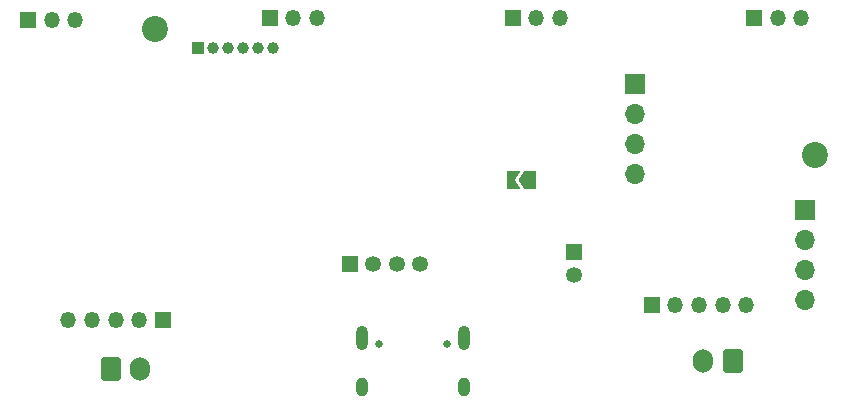
<source format=gbr>
%TF.GenerationSoftware,KiCad,Pcbnew,9.0.1*%
%TF.CreationDate,2025-05-18T13:56:21-05:00*%
%TF.ProjectId,LASK5-V3-0,4c41534b-352d-4563-932d-302e6b696361,rev?*%
%TF.SameCoordinates,Original*%
%TF.FileFunction,Soldermask,Bot*%
%TF.FilePolarity,Negative*%
%FSLAX46Y46*%
G04 Gerber Fmt 4.6, Leading zero omitted, Abs format (unit mm)*
G04 Created by KiCad (PCBNEW 9.0.1) date 2025-05-18 13:56:21*
%MOMM*%
%LPD*%
G01*
G04 APERTURE LIST*
G04 Aperture macros list*
%AMRoundRect*
0 Rectangle with rounded corners*
0 $1 Rounding radius*
0 $2 $3 $4 $5 $6 $7 $8 $9 X,Y pos of 4 corners*
0 Add a 4 corners polygon primitive as box body*
4,1,4,$2,$3,$4,$5,$6,$7,$8,$9,$2,$3,0*
0 Add four circle primitives for the rounded corners*
1,1,$1+$1,$2,$3*
1,1,$1+$1,$4,$5*
1,1,$1+$1,$6,$7*
1,1,$1+$1,$8,$9*
0 Add four rect primitives between the rounded corners*
20,1,$1+$1,$2,$3,$4,$5,0*
20,1,$1+$1,$4,$5,$6,$7,0*
20,1,$1+$1,$6,$7,$8,$9,0*
20,1,$1+$1,$8,$9,$2,$3,0*%
%AMFreePoly0*
4,1,6,1.000000,0.000000,0.500000,-0.750000,-0.500000,-0.750000,-0.500000,0.750000,0.500000,0.750000,1.000000,0.000000,1.000000,0.000000,$1*%
%AMFreePoly1*
4,1,6,0.500000,-0.750000,-0.650000,-0.750000,-0.150000,0.000000,-0.650000,0.750000,0.500000,0.750000,0.500000,-0.750000,0.500000,-0.750000,$1*%
G04 Aperture macros list end*
%ADD10R,1.000000X1.000000*%
%ADD11C,1.000000*%
%ADD12R,1.700000X1.700000*%
%ADD13O,1.700000X1.700000*%
%ADD14R,1.350000X1.350000*%
%ADD15O,1.350000X1.350000*%
%ADD16C,2.200000*%
%ADD17RoundRect,0.250000X0.600000X0.750000X-0.600000X0.750000X-0.600000X-0.750000X0.600000X-0.750000X0*%
%ADD18O,1.700000X2.000000*%
%ADD19RoundRect,0.250000X-0.600000X-0.750000X0.600000X-0.750000X0.600000X0.750000X-0.600000X0.750000X0*%
%ADD20C,1.350000*%
%ADD21C,0.650000*%
%ADD22O,1.000000X2.100000*%
%ADD23O,1.000000X1.600000*%
%ADD24FreePoly0,180.000000*%
%ADD25FreePoly1,180.000000*%
G04 APERTURE END LIST*
D10*
%TO.C,J6*%
X133690000Y-70700000D03*
D11*
X134960000Y-70700000D03*
X136230000Y-70700000D03*
X137500000Y-70700000D03*
X138770000Y-70700000D03*
X140040000Y-70700000D03*
%TD*%
D12*
%TO.C,J1*%
X170688000Y-73787000D03*
D13*
X170688000Y-76327000D03*
X170688000Y-78867000D03*
X170688000Y-81407000D03*
%TD*%
D14*
%TO.C,H2*%
X139732000Y-68167600D03*
D15*
X141732000Y-68167600D03*
X143732000Y-68167600D03*
%TD*%
D16*
%TO.C,H8*%
X130048000Y-69088000D03*
%TD*%
D14*
%TO.C,Joystick1*%
X172085000Y-92456000D03*
D15*
X174085000Y-92456000D03*
X176085000Y-92456000D03*
X178085000Y-92456000D03*
X180085000Y-92456000D03*
%TD*%
D14*
%TO.C,H4*%
X180753000Y-68167600D03*
D15*
X182753000Y-68167600D03*
X184753000Y-68167600D03*
%TD*%
D16*
%TO.C,H7*%
X185928000Y-79756000D03*
%TD*%
D17*
%TO.C,BattExtLTC4054*%
X178923000Y-97201000D03*
D18*
X176423000Y-97201000D03*
%TD*%
D19*
%TO.C,J2*%
X126278000Y-97917000D03*
D18*
X128778000Y-97917000D03*
%TD*%
D14*
%TO.C,J3*%
X146500000Y-89000000D03*
D20*
X148500000Y-89000000D03*
X150500000Y-89000000D03*
X152500000Y-89000000D03*
%TD*%
D14*
%TO.C,Joystick2*%
X130683000Y-93726000D03*
D15*
X128683000Y-93726000D03*
X126683000Y-93726000D03*
X124683000Y-93726000D03*
X122683000Y-93726000D03*
%TD*%
D21*
%TO.C,J4*%
X149000000Y-95780000D03*
X154780000Y-95780000D03*
D22*
X147570000Y-95250000D03*
D23*
X147570000Y-99430000D03*
D22*
X156210000Y-95250000D03*
D23*
X156210000Y-99430000D03*
%TD*%
D14*
%TO.C,J5*%
X165500000Y-88000000D03*
D20*
X165500000Y-90000000D03*
%TD*%
D14*
%TO.C,H1*%
X119285000Y-68398600D03*
D15*
X121285000Y-68398600D03*
X123285000Y-68398600D03*
%TD*%
D14*
%TO.C,H3*%
X160306000Y-68167600D03*
D15*
X162306000Y-68167600D03*
X164306000Y-68167600D03*
%TD*%
D12*
%TO.C,J9*%
X185039000Y-84455000D03*
D13*
X185039000Y-86995000D03*
X185039000Y-89535000D03*
X185039000Y-92075000D03*
%TD*%
D24*
%TO.C,JP1*%
X161798000Y-81915000D03*
D25*
X160348000Y-81915000D03*
%TD*%
M02*

</source>
